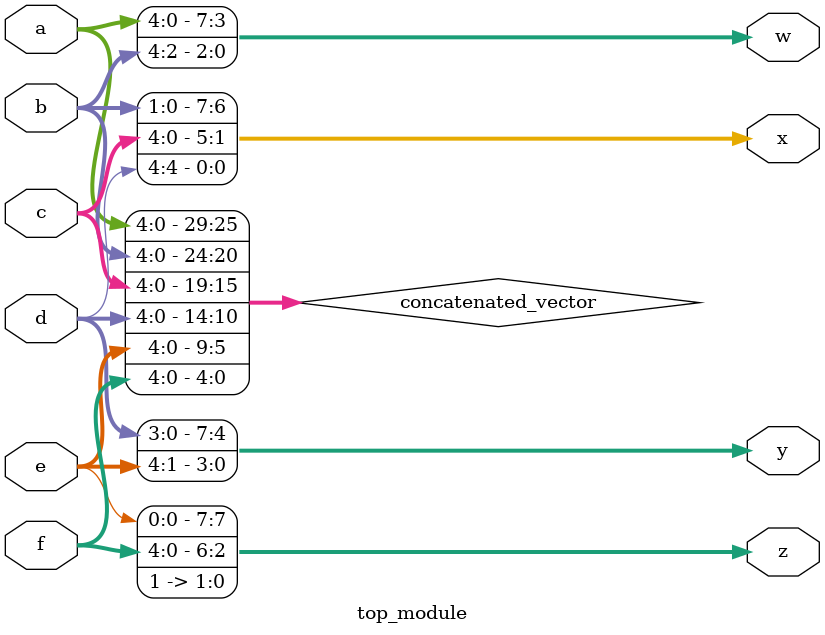
<source format=sv>
module top_module (
	input [4:0] a,
	input [4:0] b,
	input [4:0] c,
	input [4:0] d,
	input [4:0] e,
	input [4:0] f,
	output [7:0] w,
	output [7:0] x,
	output [7:0] y,
	output [7:0] z
);
 
// Concatenate the input vectors
wire [29:0] concatenated_vector;
assign concatenated_vector = {a, b, c, d, e, f};

// Create the output vectors with concatenated_vector followed by two 1 bits in LSB positions
assign {w, x, y, z} = {concatenated_vector, 2'b11};

endmodule

</source>
